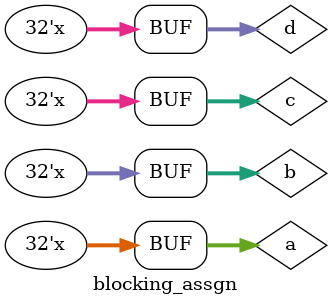
<source format=v>
module blocking_assgn;
    integer a, b, c, d;
    always @ (*) 
        repeat (4)
        begin
            #5 a = b + c;
            #5 d = a - 3;
            #5 b = d + 10;
            #5 c = c + 1;
        end
endmodule
</source>
